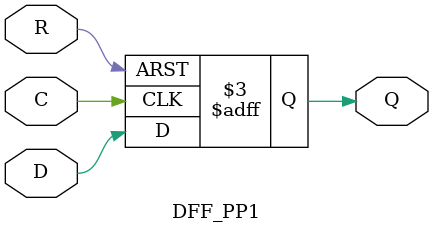
<source format=v>
`timescale 1ns/1ns
module NOT(A, Y);
	input A;
	output Y;
	assign #3 Y = ~A;
endmodule

module NAND(A, B, Y);
	input A, B;
	output Y;
	assign #5 Y = ~(A & B);
endmodule

module NOR(A, B, Y);
	input A, B;
	output Y;
	assign #5 Y = ~(A | B);
endmodule

module DFF(C, D, Q);
	input C, D;
	output reg Q;
	always @(posedge C)
		Q <= D;
endmodule

module DFF_PP0 (D, C, R, Q);
	input D, C, R;
	output reg Q;
	always @(posedge C or posedge R) begin
		if (R == 1)
			Q <= 0;
		else
			Q <= D;
	end
endmodule

module DFF_PP1 (D, C, R, Q);
input D, C, R;
output reg Q;
always @(posedge C or posedge R) begin
	if (R == 1)
		Q <= 1;
	else
		Q <= D;
end
endmodule

</source>
